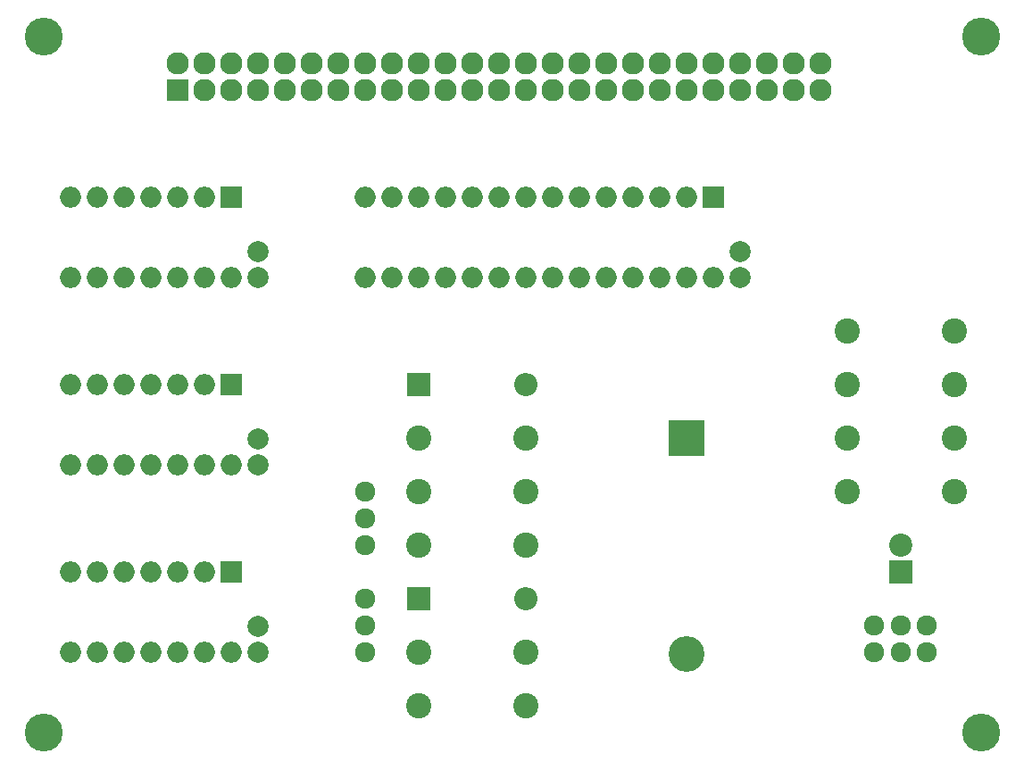
<source format=gbr>
G04 #@! TF.FileFunction,Soldermask,Bot*
%FSLAX46Y46*%
G04 Gerber Fmt 4.6, Leading zero omitted, Abs format (unit mm)*
G04 Created by KiCad (PCBNEW 4.0.7) date *
%MOMM*%
%LPD*%
G01*
G04 APERTURE LIST*
%ADD10C,0.100000*%
%ADD11C,3.400000*%
%ADD12R,3.400000X3.400000*%
%ADD13C,2.000000*%
%ADD14R,2.200000X2.200000*%
%ADD15O,2.200000X2.200000*%
%ADD16C,2.200000*%
%ADD17R,2.000000X2.000000*%
%ADD18O,2.000000X2.000000*%
%ADD19C,2.398980*%
%ADD20C,1.924000*%
%ADD21R,2.127200X2.127200*%
%ADD22O,2.127200X2.127200*%
%ADD23C,3.600000*%
G04 APERTURE END LIST*
D10*
D11*
X154940000Y-122090000D03*
D12*
X154940000Y-101600000D03*
D13*
X114300000Y-121920000D03*
X114300000Y-119420000D03*
X114300000Y-104140000D03*
X114300000Y-101640000D03*
X114300000Y-86360000D03*
X114300000Y-83860000D03*
D14*
X129540000Y-96520000D03*
D15*
X139700000Y-96520000D03*
D14*
X129540000Y-116840000D03*
D15*
X139700000Y-116840000D03*
D14*
X175260000Y-114300000D03*
D16*
X175260000Y-111760000D03*
D17*
X111760000Y-114300000D03*
D18*
X96520000Y-121920000D03*
X109220000Y-114300000D03*
X99060000Y-121920000D03*
X106680000Y-114300000D03*
X101600000Y-121920000D03*
X104140000Y-114300000D03*
X104140000Y-121920000D03*
X101600000Y-114300000D03*
X106680000Y-121920000D03*
X99060000Y-114300000D03*
X109220000Y-121920000D03*
X96520000Y-114300000D03*
X111760000Y-121920000D03*
D17*
X111760000Y-96520000D03*
D18*
X96520000Y-104140000D03*
X109220000Y-96520000D03*
X99060000Y-104140000D03*
X106680000Y-96520000D03*
X101600000Y-104140000D03*
X104140000Y-96520000D03*
X104140000Y-104140000D03*
X101600000Y-96520000D03*
X106680000Y-104140000D03*
X99060000Y-96520000D03*
X109220000Y-104140000D03*
X96520000Y-96520000D03*
X111760000Y-104140000D03*
D17*
X111760000Y-78740000D03*
D18*
X96520000Y-86360000D03*
X109220000Y-78740000D03*
X99060000Y-86360000D03*
X106680000Y-78740000D03*
X101600000Y-86360000D03*
X104140000Y-78740000D03*
X104140000Y-86360000D03*
X101600000Y-78740000D03*
X106680000Y-86360000D03*
X99060000Y-78740000D03*
X109220000Y-86360000D03*
X96520000Y-78740000D03*
X111760000Y-86360000D03*
D17*
X157480000Y-78740000D03*
D18*
X124460000Y-86360000D03*
X154940000Y-78740000D03*
X127000000Y-86360000D03*
X152400000Y-78740000D03*
X129540000Y-86360000D03*
X149860000Y-78740000D03*
X132080000Y-86360000D03*
X147320000Y-78740000D03*
X134620000Y-86360000D03*
X144780000Y-78740000D03*
X137160000Y-86360000D03*
X142240000Y-78740000D03*
X139700000Y-86360000D03*
X139700000Y-78740000D03*
X142240000Y-86360000D03*
X137160000Y-78740000D03*
X144780000Y-86360000D03*
X134620000Y-78740000D03*
X147320000Y-86360000D03*
X132080000Y-78740000D03*
X149860000Y-86360000D03*
X129540000Y-78740000D03*
X152400000Y-86360000D03*
X127000000Y-78740000D03*
X154940000Y-86360000D03*
X124460000Y-78740000D03*
X157480000Y-86360000D03*
D19*
X129540000Y-101600000D03*
X139700000Y-101600000D03*
X129540000Y-106680000D03*
X139700000Y-106680000D03*
X129540000Y-111760000D03*
X139700000Y-111760000D03*
X129540000Y-121920000D03*
X139700000Y-121920000D03*
X170180000Y-91440000D03*
X180340000Y-91440000D03*
X170180000Y-96520000D03*
X180340000Y-96520000D03*
X170180000Y-101600000D03*
X180340000Y-101600000D03*
X170180000Y-106680000D03*
X180340000Y-106680000D03*
D20*
X172760000Y-119400000D03*
X175260000Y-119400000D03*
X177760000Y-119400000D03*
X172760000Y-121900000D03*
X175260000Y-121900000D03*
X177760000Y-121900000D03*
X124460000Y-119380000D03*
X124460000Y-116840000D03*
X124460000Y-121920000D03*
X124460000Y-109220000D03*
X124460000Y-106680000D03*
X124460000Y-111760000D03*
D13*
X160020000Y-86360000D03*
X160020000Y-83860000D03*
D21*
X106680000Y-68580000D03*
D22*
X106680000Y-66040000D03*
X109220000Y-68580000D03*
X109220000Y-66040000D03*
X111760000Y-68580000D03*
X111760000Y-66040000D03*
X114300000Y-68580000D03*
X114300000Y-66040000D03*
X116840000Y-68580000D03*
X116840000Y-66040000D03*
X119380000Y-68580000D03*
X119380000Y-66040000D03*
X121920000Y-68580000D03*
X121920000Y-66040000D03*
X124460000Y-68580000D03*
X124460000Y-66040000D03*
X127000000Y-68580000D03*
X127000000Y-66040000D03*
X129540000Y-68580000D03*
X129540000Y-66040000D03*
X132080000Y-68580000D03*
X132080000Y-66040000D03*
X134620000Y-68580000D03*
X134620000Y-66040000D03*
X137160000Y-68580000D03*
X137160000Y-66040000D03*
X139700000Y-68580000D03*
X139700000Y-66040000D03*
X142240000Y-68580000D03*
X142240000Y-66040000D03*
X144780000Y-68580000D03*
X144780000Y-66040000D03*
X147320000Y-68580000D03*
X147320000Y-66040000D03*
X149860000Y-68580000D03*
X149860000Y-66040000D03*
X152400000Y-68580000D03*
X152400000Y-66040000D03*
X154940000Y-68580000D03*
X154940000Y-66040000D03*
X157480000Y-68580000D03*
X157480000Y-66040000D03*
X160020000Y-68580000D03*
X160020000Y-66040000D03*
X162560000Y-68580000D03*
X162560000Y-66040000D03*
X165100000Y-68580000D03*
X165100000Y-66040000D03*
X167640000Y-68580000D03*
X167640000Y-66040000D03*
D19*
X129540000Y-127000000D03*
X139700000Y-127000000D03*
D23*
X182880000Y-63500000D03*
X93980000Y-63500000D03*
X93980000Y-129540000D03*
X182880000Y-129540000D03*
M02*

</source>
